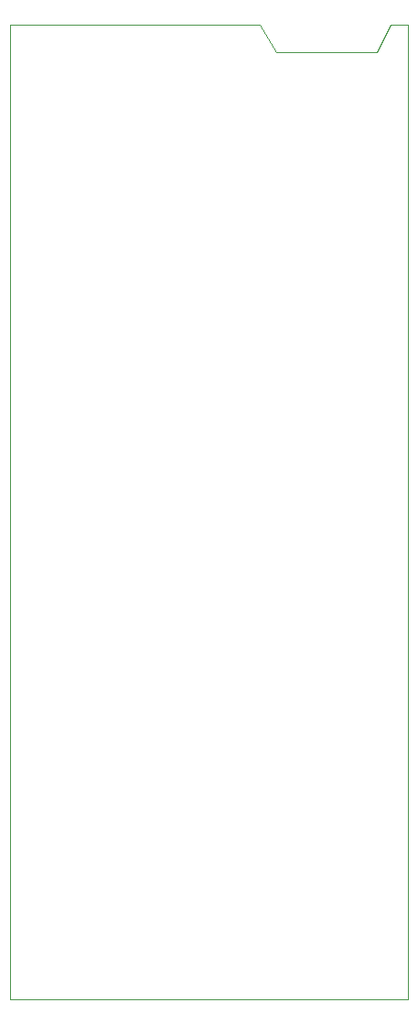
<source format=gm1>
G04 #@! TF.GenerationSoftware,KiCad,Pcbnew,9.0.5*
G04 #@! TF.CreationDate,2025-10-27T12:23:45+01:00*
G04 #@! TF.ProjectId,Laser_Electronics,4c617365-725f-4456-9c65-6374726f6e69,rev?*
G04 #@! TF.SameCoordinates,Original*
G04 #@! TF.FileFunction,Profile,NP*
%FSLAX46Y46*%
G04 Gerber Fmt 4.6, Leading zero omitted, Abs format (unit mm)*
G04 Created by KiCad (PCBNEW 9.0.5) date 2025-10-27 12:23:45*
%MOMM*%
%LPD*%
G01*
G04 APERTURE LIST*
G04 #@! TA.AperFunction,Profile*
%ADD10C,0.050000*%
G04 #@! TD*
G04 APERTURE END LIST*
D10*
X136398000Y-58420000D02*
X134874000Y-55880000D01*
X111760000Y-146050000D02*
X111760000Y-55880000D01*
X146939000Y-55880000D02*
X145669000Y-58420000D01*
X148590000Y-55880000D02*
X146939000Y-55880000D01*
X111760000Y-55880000D02*
X134874000Y-55880000D01*
X111760000Y-146050000D02*
X148590000Y-146050000D01*
X148590000Y-146050000D02*
X148590000Y-55880000D01*
X145669000Y-58420000D02*
X136398000Y-58420000D01*
M02*

</source>
